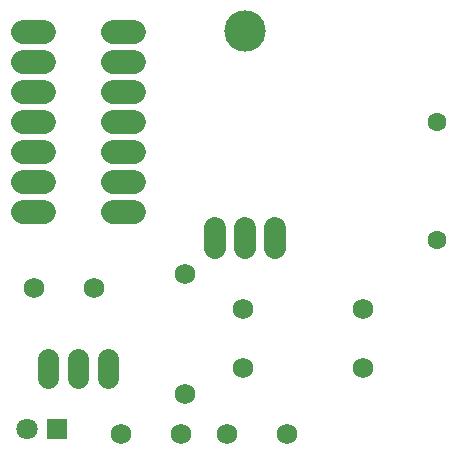
<source format=gbs>
G75*
%MOIN*%
%OFA0B0*%
%FSLAX25Y25*%
%IPPOS*%
%LPD*%
%AMOC8*
5,1,8,0,0,1.08239X$1,22.5*
%
%ADD10C,0.07887*%
%ADD11C,0.06800*%
%ADD12C,0.06312*%
%ADD13R,0.07099X0.07099*%
%ADD14C,0.07099*%
%ADD15C,0.07099*%
%ADD16C,0.07400*%
%ADD17C,0.13800*%
D10*
X0052831Y0098874D02*
X0059918Y0098874D01*
X0059918Y0108874D02*
X0052831Y0108874D01*
X0052831Y0118874D02*
X0059918Y0118874D01*
X0059918Y0128874D02*
X0052831Y0128874D01*
X0052831Y0138874D02*
X0059918Y0138874D01*
X0059918Y0148874D02*
X0052831Y0148874D01*
X0052831Y0158874D02*
X0059918Y0158874D01*
X0082831Y0158874D02*
X0089918Y0158874D01*
X0089918Y0148874D02*
X0082831Y0148874D01*
X0082831Y0138874D02*
X0089918Y0138874D01*
X0089918Y0128874D02*
X0082831Y0128874D01*
X0082831Y0118874D02*
X0089918Y0118874D01*
X0089918Y0108874D02*
X0082831Y0108874D01*
X0082831Y0098874D02*
X0089918Y0098874D01*
D11*
X0107038Y0078311D03*
X0126099Y0066437D03*
X0126099Y0046906D03*
X0107038Y0038311D03*
X0105469Y0024937D03*
X0120784Y0024937D03*
X0140784Y0024937D03*
X0166099Y0046906D03*
X0166099Y0066437D03*
X0085469Y0024937D03*
X0076575Y0073638D03*
X0056575Y0073638D03*
D12*
X0190784Y0089504D03*
X0190784Y0128874D03*
D13*
X0064249Y0026472D03*
D14*
X0054249Y0026472D03*
D15*
X0061217Y0043598D02*
X0061217Y0049898D01*
X0071217Y0049898D02*
X0071217Y0043598D01*
X0081217Y0043598D02*
X0081217Y0049898D01*
D16*
X0116768Y0086873D02*
X0116768Y0093473D01*
X0126768Y0093473D02*
X0126768Y0086873D01*
X0136768Y0086873D02*
X0136768Y0093473D01*
D17*
X0126768Y0159173D03*
M02*

</source>
